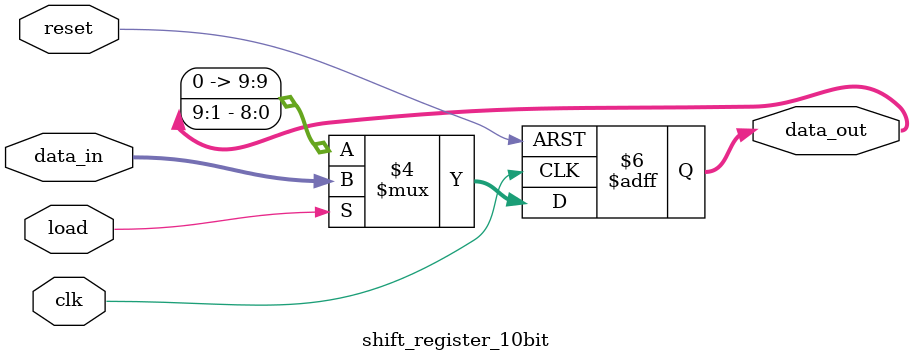
<source format=v>
module shift_register_10bit(
    input clk,            // Clock input
    input reset,          // Reset input
    input [9:0] data_in,  // 10-bit input data
    input load,           // Load input to load data
    output reg [9:0] data_out // 10-bit shifted output data
);

    // On rising edge of clock or high reset
    always @(posedge clk or posedge reset) begin
        if (reset) begin
            // Reset the shift register to all zeros
            data_out <= 10'b0;
        end
        else if (load) begin
            // Load the input data into the register
            data_out <= data_in;
        end
        else begin
            // Shift right on each clock cycle
            data_out <= data_out >> 1;
        end
    end

endmodule
</source>
